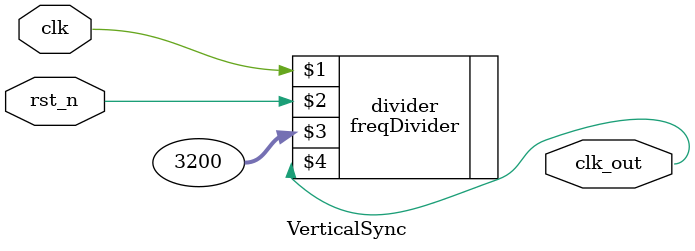
<source format=v>
`timescale 1ns / 1ps
module VerticalSync(clk,rst_n,clk_out);
parameter [31:0] divisor = 32'd3200;
input clk,rst_n;
output clk_out;
freqDivider divider(clk,rst_n,divisor,clk_out);
endmodule

</source>
